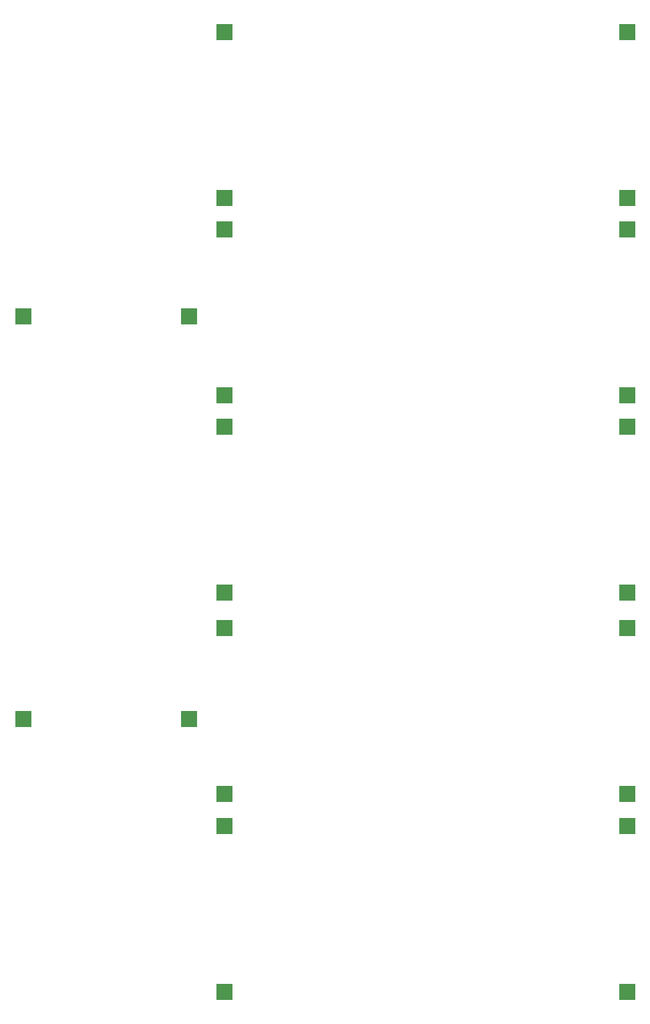
<source format=gbr>
%TF.GenerationSoftware,KiCad,Pcbnew,9.0.2*%
%TF.CreationDate,2025-12-08T19:10:43+05:30*%
%TF.ProjectId,Kratos26,4b726174-6f73-4323-962e-6b696361645f,rev?*%
%TF.SameCoordinates,Original*%
%TF.FileFunction,Paste,Top*%
%TF.FilePolarity,Positive*%
%FSLAX46Y46*%
G04 Gerber Fmt 4.6, Leading zero omitted, Abs format (unit mm)*
G04 Created by KiCad (PCBNEW 9.0.2) date 2025-12-08 19:10:43*
%MOMM*%
%LPD*%
G01*
G04 APERTURE LIST*
%ADD10R,2.000000X2.000000*%
G04 APERTURE END LIST*
D10*
%TO.C,U*%
X217500000Y-68500000D03*
X217500000Y-47500000D03*
X166500000Y-68500000D03*
X166500000Y-47500000D03*
%TD*%
%TO.C,U*%
X217500000Y-93500000D03*
X217500000Y-72500000D03*
X166500000Y-93500000D03*
X166500000Y-72500000D03*
%TD*%
%TO.C,U*%
X141000000Y-109500000D03*
X162000000Y-109500000D03*
X141000000Y-58500000D03*
X162000000Y-58500000D03*
%TD*%
%TO.C,U*%
X217500000Y-119000000D03*
X217500000Y-98000000D03*
X166500000Y-119000000D03*
X166500000Y-98000000D03*
%TD*%
%TO.C,U*%
X217500000Y-144000000D03*
X217500000Y-123000000D03*
X166500000Y-144000000D03*
X166500000Y-123000000D03*
%TD*%
%TO.C,U*%
X217500000Y-43500000D03*
X217500000Y-22500000D03*
X166500000Y-43500000D03*
X166500000Y-22500000D03*
%TD*%
M02*

</source>
